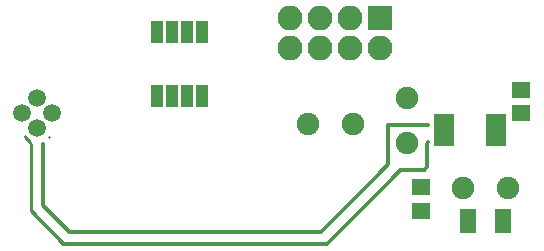
<source format=gbr>
G04 #@! TF.GenerationSoftware,KiCad,Pcbnew,(2017-06-16 revision 2018d4894)-master*
G04 #@! TF.CreationDate,2017-08-18T11:46:34+02:00*
G04 #@! TF.ProjectId,reference_board,7265666572656E63655F626F6172642E,rev?*
G04 #@! TF.SameCoordinates,Original
G04 #@! TF.FileFunction,Soldermask,Top*
G04 #@! TF.FilePolarity,Negative*
%FSLAX46Y46*%
G04 Gerber Fmt 4.6, Leading zero omitted, Abs format (unit mm)*
G04 Created by KiCad (PCBNEW (2017-06-16 revision 2018d4894)-master) date Fri Aug 18 11:46:34 2017*
%MOMM*%
%LPD*%
G01*
G04 APERTURE LIST*
%ADD10C,0.100000*%
%ADD11C,1.900000*%
%ADD12R,1.650000X1.400000*%
%ADD13C,1.500000*%
%ADD14R,1.400000X2.000000*%
%ADD15R,1.000000X1.950000*%
%ADD16R,1.800000X0.700000*%
%ADD17R,2.100000X2.100000*%
%ADD18O,2.100000X2.100000*%
%ADD19C,0.254000*%
G04 APERTURE END LIST*
D10*
D11*
X186055000Y-101346000D03*
X189865000Y-101346000D03*
D12*
X191000000Y-95000000D03*
X191000000Y-93000000D03*
D13*
X150000000Y-96270000D03*
X150000000Y-93730000D03*
X151270000Y-95000000D03*
X148730000Y-95000000D03*
D14*
X189500000Y-104140000D03*
X186500000Y-104140000D03*
D11*
X181310000Y-97500000D03*
X181310000Y-93690000D03*
X173000000Y-95885000D03*
X176810000Y-95885000D03*
D15*
X160147000Y-93505000D03*
X161417000Y-93505000D03*
X162687000Y-93505000D03*
X163957000Y-93505000D03*
X163957000Y-88105000D03*
X162687000Y-88105000D03*
X161417000Y-88105000D03*
X160147000Y-88105000D03*
D16*
X184446000Y-95419000D03*
X184446000Y-95919000D03*
X184446000Y-96419000D03*
X184446000Y-96919000D03*
X184446000Y-97419000D03*
X188846000Y-97419000D03*
X188846000Y-96919000D03*
X188846000Y-96419000D03*
X188846000Y-95919000D03*
X188846000Y-95419000D03*
D17*
X179040000Y-86960000D03*
D18*
X179040000Y-89500000D03*
X176500000Y-86960000D03*
X176500000Y-89500000D03*
X173960000Y-86960000D03*
X173960000Y-89500000D03*
X171420000Y-86960000D03*
X171420000Y-89500000D03*
D12*
X182500000Y-101250000D03*
X182500000Y-103250000D03*
D19*
G36*
X183123000Y-97397394D02*
X183060197Y-97460197D01*
X183032667Y-97501399D01*
X183023000Y-97550000D01*
X183023000Y-99497394D01*
X182747394Y-99773000D01*
X180800000Y-99773000D01*
X180751399Y-99782667D01*
X180710197Y-99810197D01*
X174497394Y-106023000D01*
X152252606Y-106023000D01*
X149477000Y-103247394D01*
X149477000Y-97641537D01*
X149523000Y-97626203D01*
X149523000Y-103200000D01*
X149532667Y-103248601D01*
X149560197Y-103289803D01*
X152210197Y-105939803D01*
X152251399Y-105967333D01*
X152300000Y-105977000D01*
X174450000Y-105977000D01*
X174498601Y-105967333D01*
X174539803Y-105939803D01*
X180752606Y-99727000D01*
X182700000Y-99727000D01*
X182748601Y-99717333D01*
X182789803Y-99689803D01*
X182939803Y-99539803D01*
X182967333Y-99498601D01*
X182977000Y-99450000D01*
X182977000Y-97502606D01*
X183123000Y-97356606D01*
X183123000Y-97397394D01*
X183123000Y-97397394D01*
G37*
X183123000Y-97397394D02*
X183060197Y-97460197D01*
X183032667Y-97501399D01*
X183023000Y-97550000D01*
X183023000Y-99497394D01*
X182747394Y-99773000D01*
X180800000Y-99773000D01*
X180751399Y-99782667D01*
X180710197Y-99810197D01*
X174497394Y-106023000D01*
X152252606Y-106023000D01*
X149477000Y-103247394D01*
X149477000Y-97641537D01*
X149523000Y-97626203D01*
X149523000Y-103200000D01*
X149532667Y-103248601D01*
X149560197Y-103289803D01*
X152210197Y-105939803D01*
X152251399Y-105967333D01*
X152300000Y-105977000D01*
X174450000Y-105977000D01*
X174498601Y-105967333D01*
X174539803Y-105939803D01*
X180752606Y-99727000D01*
X182700000Y-99727000D01*
X182748601Y-99717333D01*
X182789803Y-99689803D01*
X182939803Y-99539803D01*
X182967333Y-99498601D01*
X182977000Y-99450000D01*
X182977000Y-97502606D01*
X183123000Y-97356606D01*
X183123000Y-97397394D01*
G36*
X183123000Y-95973000D02*
X179900000Y-95973000D01*
X179851399Y-95982667D01*
X179810197Y-96010197D01*
X179782667Y-96051399D01*
X179773000Y-96100000D01*
X179773000Y-99297076D01*
X173997714Y-105023000D01*
X152752606Y-105023000D01*
X150477000Y-102747394D01*
X150477000Y-97552606D01*
X150541648Y-97487958D01*
X150532667Y-97501399D01*
X150523000Y-97550000D01*
X150523000Y-102700000D01*
X150532667Y-102748601D01*
X150560197Y-102789803D01*
X152710197Y-104939803D01*
X152751399Y-104967333D01*
X152800000Y-104977000D01*
X173950000Y-104977000D01*
X173998601Y-104967333D01*
X174040204Y-104939399D01*
X179590204Y-99339399D01*
X179617549Y-99298074D01*
X179627000Y-99250000D01*
X179627000Y-95877000D01*
X183123000Y-95877000D01*
X183123000Y-95973000D01*
X183123000Y-95973000D01*
G37*
X183123000Y-95973000D02*
X179900000Y-95973000D01*
X179851399Y-95982667D01*
X179810197Y-96010197D01*
X179782667Y-96051399D01*
X179773000Y-96100000D01*
X179773000Y-99297076D01*
X173997714Y-105023000D01*
X152752606Y-105023000D01*
X150477000Y-102747394D01*
X150477000Y-97552606D01*
X150541648Y-97487958D01*
X150532667Y-97501399D01*
X150523000Y-97550000D01*
X150523000Y-102700000D01*
X150532667Y-102748601D01*
X150560197Y-102789803D01*
X152710197Y-104939803D01*
X152751399Y-104967333D01*
X152800000Y-104977000D01*
X173950000Y-104977000D01*
X173998601Y-104967333D01*
X174040204Y-104939399D01*
X179590204Y-99339399D01*
X179617549Y-99298074D01*
X179627000Y-99250000D01*
X179627000Y-95877000D01*
X183123000Y-95877000D01*
X183123000Y-95973000D01*
G36*
X148982667Y-96948601D02*
X149010197Y-96989803D01*
X149414893Y-97394499D01*
X149384302Y-97404696D01*
X148977000Y-96997394D01*
X148977000Y-96920110D01*
X148982667Y-96948601D01*
X148982667Y-96948601D01*
G37*
X148982667Y-96948601D02*
X149010197Y-96989803D01*
X149414893Y-97394499D01*
X149384302Y-97404696D01*
X148977000Y-96997394D01*
X148977000Y-96920110D01*
X148982667Y-96948601D01*
G36*
X151023000Y-96997394D02*
X151008352Y-97012042D01*
X151017333Y-96998601D01*
X151023000Y-96970110D01*
X151023000Y-96997394D01*
X151023000Y-96997394D01*
G37*
X151023000Y-96997394D02*
X151008352Y-97012042D01*
X151017333Y-96998601D01*
X151023000Y-96970110D01*
X151023000Y-96997394D01*
M02*

</source>
